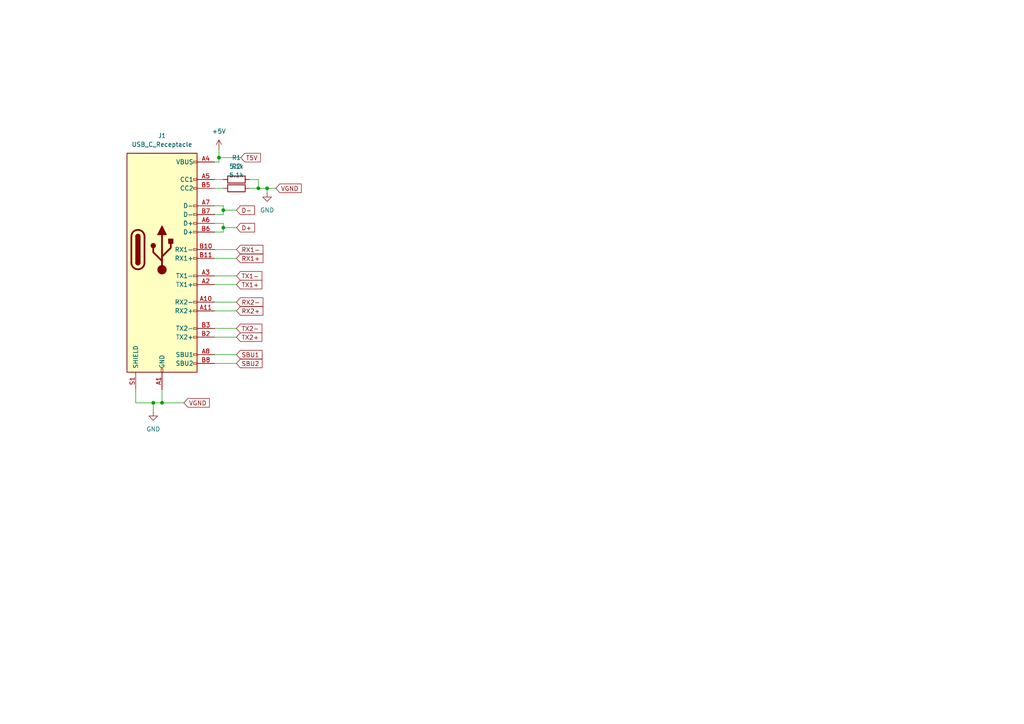
<source format=kicad_sch>
(kicad_sch (version 20230121) (generator eeschema)
  (paper "A4")
  (lib_symbols
    (symbol "Connector:USB_C_Receptacle" (pin_names (offset 1.016))
      (property "Reference" "J" (at -10.16 29.21 0))
      (property "Value" "USB_C_Receptacle" (at 10.16 29.21 0))
      (symbol "USB_C_Receptacle_0_0"
        (rectangle (start -0.254 -35.56) (end 0.254 -34.544))
        (rectangle (start 10.16 -32.766) (end 9.144 -33.274))
        (rectangle (start 10.16 -30.226) (end 9.144 -30.734))
        (rectangle (start 10.16 -25.146) (end 9.144 -25.654))
        (rectangle (start 10.16 -22.606) (end 9.144 -23.114))
        (rectangle (start 10.16 -17.526) (end 9.144 -18.034))
        (rectangle (start 10.16 -14.986) (end 9.144 -15.494))
        (rectangle (start 10.16 -9.906) (end 9.144 -10.414))
        (rectangle (start 10.16 -7.366) (end 9.144 -7.874))
        (rectangle (start 10.16 -2.286) (end 9.144 -2.794))
        (rectangle (start 10.16 0.254) (end 9.144 -0.254))
        (rectangle (start 10.16 5.334) (end 9.144 4.826))
        (rectangle (start 10.16 7.874) (end 9.144 7.366))
        (rectangle (start 10.16 10.414) (end 9.144 9.906))
        (rectangle (start 10.16 12.954) (end 9.144 12.446))
        (rectangle (start 10.16 18.034) (end 9.144 17.526))
        (rectangle (start 10.16 20.574) (end 9.144 20.066))
        (rectangle (start 10.16 25.654) (end 9.144 25.146))
      )
      (symbol "USB_C_Receptacle_0_1"
        (rectangle (start -10.16 27.94) (end 10.16 -35.56) (stroke (width 0.254)) (fill (type background)))
        (arc (start -8.89 -3.81) (mid -6.985 -5.7067) (end -5.08 -3.81) (stroke (width 0.508)))
        (arc (start -7.62 -3.81) (mid -6.985 -4.4423) (end -6.35 -3.81) (stroke (width 0.254)))
        (arc (start -7.62 -3.81) (mid -6.985 -4.4423) (end -6.35 -3.81) (stroke (width 0.254)) (fill (type outline)))
        (rectangle (start -7.62 -3.81) (end -6.35 3.81) (stroke (width 0.254)) (fill (type outline)))
        (arc (start -6.35 3.81) (mid -6.985 4.4423) (end -7.62 3.81) (stroke (width 0.254)))
        (arc (start -6.35 3.81) (mid -6.985 4.4423) (end -7.62 3.81) (stroke (width 0.254)) (fill (type outline)))
        (arc (start -5.08 3.81) (mid -6.985 5.7067) (end -8.89 3.81) (stroke (width 0.508)))
        (polyline (pts (xy -8.89 -3.81) (xy -8.89 3.81)) (stroke (width 0.508)))
        (polyline (pts (xy -5.08 3.81) (xy -5.08 -3.81)) (stroke (width 0.508)))
      )
      (symbol "USB_C_Receptacle_1_1"
        (circle (center -2.54 1.143) (radius 0.635) (stroke (width 0.254)) (fill (type outline)))
        (circle (center 0 -5.842) (radius 1.27) (fill (type outline)))
        (polyline (pts (xy 0 -5.842) (xy 0 4.318)) (stroke (width 0.508)))
        (polyline (pts (xy 0 -3.302) (xy -2.54 -0.762) (xy -2.54 0.508)) (stroke (width 0.508)))
        (polyline (pts (xy 0 -2.032) (xy 2.54 0.508) (xy 2.54 1.778)) (stroke (width 0.508)))
        (polyline (pts (xy -1.27 4.318) (xy 0 6.858) (xy 1.27 4.318) (xy -1.27 4.318)) (stroke (width 0.254)) (fill (type outline)))
        (rectangle (start 1.905 1.778) (end 3.175 3.048) (stroke (width 0.254)) (fill (type outline)))
        (pin passive line (at 0 -40.64 90) (length 5.08) (name "GND") (number "A1"))
        (pin bidirectional line (at 15.24 -15.24 180) (length 5.08) (name "RX2-") (number "A10"))
        (pin bidirectional line (at 15.24 -17.78 180) (length 5.08) (name "RX2+") (number "A11"))
        (pin passive line (at 0 -40.64 90) (length 5.08) hide (name "GND") (number "A12"))
        (pin bidirectional line (at 15.24 -10.16 180) (length 5.08) (name "TX1+") (number "A2"))
        (pin bidirectional line (at 15.24 -7.62 180) (length 5.08) (name "TX1-") (number "A3"))
        (pin passive line (at 15.24 25.4 180) (length 5.08) (name "VBUS") (number "A4"))
        (pin bidirectional line (at 15.24 20.32 180) (length 5.08) (name "CC1") (number "A5"))
        (pin bidirectional line (at 15.24 7.62 180) (length 5.08) (name "D+") (number "A6"))
        (pin bidirectional line (at 15.24 12.7 180) (length 5.08) (name "D-") (number "A7"))
        (pin bidirectional line (at 15.24 -30.48 180) (length 5.08) (name "SBU1") (number "A8"))
        (pin passive line (at 15.24 25.4 180) (length 5.08) hide (name "VBUS") (number "A9"))
        (pin passive line (at 0 -40.64 90) (length 5.08) hide (name "GND") (number "B1"))
        (pin bidirectional line (at 15.24 0 180) (length 5.08) (name "RX1-") (number "B10"))
        (pin bidirectional line (at 15.24 -2.54 180) (length 5.08) (name "RX1+") (number "B11"))
        (pin passive line (at 0 -40.64 90) (length 5.08) hide (name "GND") (number "B12"))
        (pin bidirectional line (at 15.24 -25.4 180) (length 5.08) (name "TX2+") (number "B2"))
        (pin bidirectional line (at 15.24 -22.86 180) (length 5.08) (name "TX2-") (number "B3"))
        (pin passive line (at 15.24 25.4 180) (length 5.08) hide (name "VBUS") (number "B4"))
        (pin bidirectional line (at 15.24 17.78 180) (length 5.08) (name "CC2") (number "B5"))
        (pin bidirectional line (at 15.24 5.08 180) (length 5.08) (name "D+") (number "B6"))
        (pin bidirectional line (at 15.24 10.16 180) (length 5.08) (name "D-") (number "B7"))
        (pin bidirectional line (at 15.24 -33.02 180) (length 5.08) (name "SBU2") (number "B8"))
        (pin passive line (at 15.24 25.4 180) (length 5.08) hide (name "VBUS") (number "B9"))
        (pin passive line (at -7.62 -40.64 90) (length 5.08) (name "SHIELD") (number "S1"))
      )
    )
    (symbol "Device:R" (pin_numbers hide) (pin_names (offset 0))
      (property "Reference" "R" (at 2.032 0 90))
      (property "Value" "R" (at 0 0 90))
      (symbol "R_0_1"
        (rectangle (start -1.016 -2.54) (end 1.016 2.54) (stroke (width 0.254)))
      )
      (symbol "R_1_1"
        (pin passive line (at 0 3.81 270) (length 1.27) (name "~") (number "1"))
        (pin passive line (at 0 -3.81 90) (length 1.27) (name "~") (number "2"))
      )
    )
    (symbol "power:+5V" (power) (pin_names (offset 0))
      (property "Value" "+5V" (at 0 3.556 0))
      (symbol "+5V_0_1"
        (polyline (pts (xy -0.762 1.27) (xy 0 2.54)))
        (polyline (pts (xy 0 0) (xy 0 2.54)))
        (polyline (pts (xy 0 2.54) (xy 0.762 1.27)))
      )
      (symbol "+5V_1_1"
        (pin power_in line (at 0 0 90) (length 0) hide (name "+5V") (number "1"))
      )
    )
    (symbol "power:GND" (power) (pin_names (offset 0))
      (property "Value" "GND" (at 0 -3.81 0))
      (symbol "GND_0_1"
        (polyline (pts (xy 0 0) (xy 0 -1.27) (xy 1.27 -1.27) (xy 0 -2.54) (xy -1.27 -1.27) (xy 0 -1.27)))
      )
      (symbol "GND_1_1"
        (pin power_in line (at 0 0 270) (length 0) hide (name "GND") (number "1"))
      )
    )
  )
  (junction (at 74.93 54.61))
  (junction (at 64.77 66.04))
  (junction (at 77.47 54.61))
  (junction (at 46.99 116.84))
  (junction (at 64.77 60.96))
  (junction (at 63.5 45.72))
  (junction (at 44.45 116.84))
  (wire (pts (xy 63.5 46.99) (xy 62.23 46.99)))
  (wire (pts (xy 74.93 52.07) (xy 74.93 54.61)))
  (wire (pts (xy 62.23 80.01) (xy 68.58 80.01)))
  (wire (pts (xy 63.5 43.18) (xy 63.5 45.72)))
  (wire (pts (xy 62.23 54.61) (xy 64.77 54.61)))
  (wire (pts (xy 62.23 97.79) (xy 68.58 97.79)))
  (wire (pts (xy 62.23 95.25) (xy 68.58 95.25)))
  (wire (pts (xy 64.77 66.04) (xy 64.77 67.31)))
  (wire (pts (xy 64.77 62.23) (xy 62.23 62.23)))
  (wire (pts (xy 62.23 72.39) (xy 68.58 72.39)))
  (wire (pts (xy 62.23 105.41) (xy 68.58 105.41)))
  (wire (pts (xy 44.45 116.84) (xy 46.99 116.84)))
  (wire (pts (xy 72.39 54.61) (xy 74.93 54.61)))
  (wire (pts (xy 62.23 82.55) (xy 68.58 82.55)))
  (wire (pts (xy 44.45 116.84) (xy 44.45 119.38)))
  (wire (pts (xy 77.47 54.61) (xy 77.47 55.88)))
  (wire (pts (xy 62.23 90.17) (xy 68.58 90.17)))
  (wire (pts (xy 62.23 102.87) (xy 68.58 102.87)))
  (wire (pts (xy 64.77 66.04) (xy 68.58 66.04)))
  (wire (pts (xy 62.23 64.77) (xy 64.77 64.77)))
  (wire (pts (xy 39.37 116.84) (xy 44.45 116.84)))
  (wire (pts (xy 64.77 64.77) (xy 64.77 66.04)))
  (wire (pts (xy 72.39 52.07) (xy 74.93 52.07)))
  (wire (pts (xy 77.47 54.61) (xy 80.01 54.61)))
  (wire (pts (xy 64.77 60.96) (xy 68.58 60.96)))
  (wire (pts (xy 64.77 60.96) (xy 64.77 62.23)))
  (wire (pts (xy 62.23 59.69) (xy 64.77 59.69)))
  (wire (pts (xy 63.5 45.72) (xy 69.85 45.72)))
  (wire (pts (xy 64.77 67.31) (xy 62.23 67.31)))
  (wire (pts (xy 46.99 113.03) (xy 46.99 116.84)))
  (wire (pts (xy 62.23 87.63) (xy 68.58 87.63)))
  (wire (pts (xy 74.93 54.61) (xy 77.47 54.61)))
  (wire (pts (xy 39.37 113.03) (xy 39.37 116.84)))
  (wire (pts (xy 62.23 74.93) (xy 68.58 74.93)))
  (wire (pts (xy 63.5 45.72) (xy 63.5 46.99)))
  (wire (pts (xy 64.77 59.69) (xy 64.77 60.96)))
  (wire (pts (xy 46.99 116.84) (xy 53.34 116.84)))
  (wire (pts (xy 62.23 52.07) (xy 64.77 52.07)))
  (global_label "T5V" (shape input) (at 69.85 45.72 0) (property "Intersheetrefs" "${INTERSHEET_REFS}" (effects hide)))
  (global_label "RX1-" (shape input) (at 68.58 72.39 0) (property "Intersheetrefs" "${INTERSHEET_REFS}" (effects hide)))
  (global_label "SBU1" (shape input) (at 68.58 102.87 0) (property "Intersheetrefs" "${INTERSHEET_REFS}" (effects hide)))
  (global_label "RX2+" (shape input) (at 68.58 90.17 0) (property "Intersheetrefs" "${INTERSHEET_REFS}" (effects hide)))
  (global_label "VGND" (shape input) (at 80.01 54.61 0) (property "Intersheetrefs" "${INTERSHEET_REFS}" (effects hide)))
  (global_label "TX2+" (shape input) (at 68.58 97.79 0) (property "Intersheetrefs" "${INTERSHEET_REFS}" (effects hide)))
  (global_label "TX1-" (shape input) (at 68.58 80.01 0) (property "Intersheetrefs" "${INTERSHEET_REFS}" (effects hide)))
  (global_label "TX1+" (shape input) (at 68.58 82.55 0) (property "Intersheetrefs" "${INTERSHEET_REFS}" (effects hide)))
  (global_label "TX2-" (shape input) (at 68.58 95.25 0) (property "Intersheetrefs" "${INTERSHEET_REFS}" (effects hide)))
  (global_label "D+" (shape input) (at 68.58 66.04 0) (property "Intersheetrefs" "${INTERSHEET_REFS}" (effects hide)))
  (global_label "RX2-" (shape input) (at 68.58 87.63 0) (property "Intersheetrefs" "${INTERSHEET_REFS}" (effects hide)))
  (global_label "D-" (shape input) (at 68.58 60.96 0) (property "Intersheetrefs" "${INTERSHEET_REFS}" (effects hide)))
  (global_label "SBU2" (shape input) (at 68.58 105.41 0) (property "Intersheetrefs" "${INTERSHEET_REFS}" (effects hide)))
  (global_label "RX1+" (shape input) (at 68.58 74.93 0) (property "Intersheetrefs" "${INTERSHEET_REFS}" (effects hide)))
  (global_label "VGND" (shape input) (at 53.34 116.84 0) (property "Intersheetrefs" "${INTERSHEET_REFS}" (effects hide)))
  (symbol (lib_id "power:GND") (at 77.47 55.88 0) (unit 1)
    (property "Reference" "#PWR03" (effects hide))
    (property "Value" "GND" (at 77.47 60.96 0))
  )
  (symbol (lib_id "power:GND") (at 44.45 119.38 0) (unit 1)
    (property "Reference" "#PWR04" (effects hide))
    (property "Value" "GND" (at 44.45 124.46 0))
  )
  (symbol (lib_id "power:+5V") (at 63.5 43.18 0) (unit 1)
    (property "Reference" "#PWR05" (effects hide))
    (property "Value" "+5V" (at 63.5 38.1 0))
  )
  (symbol (lib_id "Connector:USB_C_Receptacle") (at 46.99 72.39 0) (unit 1)
    (property "Reference" "J1" (at 46.99 39.37 0))
    (property "Value" "USB_C_Receptacle" (at 46.99 41.91 0))
    (property "Footprint" "Connector_USB:USB_C_Receptacle_Molex_105450-0101" (effects hide))
    (property "Datasheet" "https://www.usb.org/sites/default/files/documents/usb_type-c.zip" (effects hide))
  )
  (symbol (lib_id "Device:R") (at 68.58 52.07 270) (unit 1)
    (property "Reference" "R1" (at 68.58 45.72 90))
    (property "Value" "5.1k" (at 68.58 48.26 90))
    (property "Footprint" "PCM_Resistor_SMD_AKL:R_01005_0402Metric_Pad0.57x0.30mm_HandSolder" (effects hide))
  )
  (symbol (lib_id "Device:R") (at 68.58 54.61 270) (unit 1)
    (property "Reference" "R2" (at 68.58 48.26 90))
    (property "Value" "5.1k" (at 68.58 50.8 90))
    (property "Footprint" "PCM_Resistor_SMD_AKL:R_01005_0402Metric_Pad0.57x0.30mm_HandSolder" (effects hide))
  )
)
</source>
